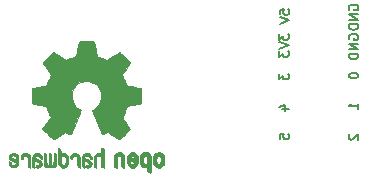
<source format=gbo>
%TF.GenerationSoftware,KiCad,Pcbnew,(6.0.8)*%
%TF.CreationDate,2023-02-21T13:23:49+01:00*%
%TF.ProjectId,attiny85,61747469-6e79-4383-952e-6b696361645f,rev?*%
%TF.SameCoordinates,Original*%
%TF.FileFunction,Legend,Bot*%
%TF.FilePolarity,Positive*%
%FSLAX46Y46*%
G04 Gerber Fmt 4.6, Leading zero omitted, Abs format (unit mm)*
G04 Created by KiCad (PCBNEW (6.0.8)) date 2023-02-21 13:23:49*
%MOMM*%
%LPD*%
G01*
G04 APERTURE LIST*
%ADD10C,0.150000*%
%ADD11C,0.010000*%
G04 APERTURE END LIST*
D10*
X202411904Y-83983333D02*
X202411904Y-84478571D01*
X202716666Y-84211904D01*
X202716666Y-84326190D01*
X202754761Y-84402380D01*
X202792857Y-84440476D01*
X202869047Y-84478571D01*
X203059523Y-84478571D01*
X203135714Y-84440476D01*
X203173809Y-84402380D01*
X203211904Y-84326190D01*
X203211904Y-84097619D01*
X203173809Y-84021428D01*
X203135714Y-83983333D01*
X202678571Y-87002380D02*
X203211904Y-87002380D01*
X202373809Y-86811904D02*
X202945238Y-86621428D01*
X202945238Y-87116666D01*
X208350000Y-78590476D02*
X208311904Y-78514285D01*
X208311904Y-78400000D01*
X208350000Y-78285714D01*
X208426190Y-78209523D01*
X208502380Y-78171428D01*
X208654761Y-78133333D01*
X208769047Y-78133333D01*
X208921428Y-78171428D01*
X208997619Y-78209523D01*
X209073809Y-78285714D01*
X209111904Y-78400000D01*
X209111904Y-78476190D01*
X209073809Y-78590476D01*
X209035714Y-78628571D01*
X208769047Y-78628571D01*
X208769047Y-78476190D01*
X209111904Y-78971428D02*
X208311904Y-78971428D01*
X209111904Y-79428571D01*
X208311904Y-79428571D01*
X209111904Y-79809523D02*
X208311904Y-79809523D01*
X208311904Y-80000000D01*
X208350000Y-80114285D01*
X208426190Y-80190476D01*
X208502380Y-80228571D01*
X208654761Y-80266666D01*
X208769047Y-80266666D01*
X208921428Y-80228571D01*
X208997619Y-80190476D01*
X209073809Y-80114285D01*
X209111904Y-80000000D01*
X209111904Y-79809523D01*
X208388095Y-89121428D02*
X208350000Y-89159523D01*
X208311904Y-89235714D01*
X208311904Y-89426190D01*
X208350000Y-89502380D01*
X208388095Y-89540476D01*
X208464285Y-89578571D01*
X208540476Y-89578571D01*
X208654761Y-89540476D01*
X209111904Y-89083333D01*
X209111904Y-89578571D01*
X209111904Y-86978571D02*
X209111904Y-86521428D01*
X209111904Y-86750000D02*
X208311904Y-86750000D01*
X208426190Y-86673809D01*
X208502380Y-86597619D01*
X208540476Y-86521428D01*
X208350000Y-81090476D02*
X208311904Y-81014285D01*
X208311904Y-80900000D01*
X208350000Y-80785714D01*
X208426190Y-80709523D01*
X208502380Y-80671428D01*
X208654761Y-80633333D01*
X208769047Y-80633333D01*
X208921428Y-80671428D01*
X208997619Y-80709523D01*
X209073809Y-80785714D01*
X209111904Y-80900000D01*
X209111904Y-80976190D01*
X209073809Y-81090476D01*
X209035714Y-81128571D01*
X208769047Y-81128571D01*
X208769047Y-80976190D01*
X209111904Y-81471428D02*
X208311904Y-81471428D01*
X209111904Y-81928571D01*
X208311904Y-81928571D01*
X209111904Y-82309523D02*
X208311904Y-82309523D01*
X208311904Y-82500000D01*
X208350000Y-82614285D01*
X208426190Y-82690476D01*
X208502380Y-82728571D01*
X208654761Y-82766666D01*
X208769047Y-82766666D01*
X208921428Y-82728571D01*
X208997619Y-82690476D01*
X209073809Y-82614285D01*
X209111904Y-82500000D01*
X209111904Y-82309523D01*
X202461904Y-89490476D02*
X202461904Y-89109523D01*
X202842857Y-89071428D01*
X202804761Y-89109523D01*
X202766666Y-89185714D01*
X202766666Y-89376190D01*
X202804761Y-89452380D01*
X202842857Y-89490476D01*
X202919047Y-89528571D01*
X203109523Y-89528571D01*
X203185714Y-89490476D01*
X203223809Y-89452380D01*
X203261904Y-89376190D01*
X203261904Y-89185714D01*
X203223809Y-89109523D01*
X203185714Y-89071428D01*
X208311904Y-84111904D02*
X208311904Y-84188095D01*
X208350000Y-84264285D01*
X208388095Y-84302380D01*
X208464285Y-84340476D01*
X208616666Y-84378571D01*
X208807142Y-84378571D01*
X208959523Y-84340476D01*
X209035714Y-84302380D01*
X209073809Y-84264285D01*
X209111904Y-84188095D01*
X209111904Y-84111904D01*
X209073809Y-84035714D01*
X209035714Y-83997619D01*
X208959523Y-83959523D01*
X208807142Y-83921428D01*
X208616666Y-83921428D01*
X208464285Y-83959523D01*
X208388095Y-83997619D01*
X208350000Y-84035714D01*
X208311904Y-84111904D01*
X202411904Y-80609523D02*
X202411904Y-81104761D01*
X202716666Y-80838095D01*
X202716666Y-80952380D01*
X202754761Y-81028571D01*
X202792857Y-81066666D01*
X202869047Y-81104761D01*
X203059523Y-81104761D01*
X203135714Y-81066666D01*
X203173809Y-81028571D01*
X203211904Y-80952380D01*
X203211904Y-80723809D01*
X203173809Y-80647619D01*
X203135714Y-80609523D01*
X202411904Y-81333333D02*
X203211904Y-81600000D01*
X202411904Y-81866666D01*
X202411904Y-82057142D02*
X202411904Y-82552380D01*
X202716666Y-82285714D01*
X202716666Y-82400000D01*
X202754761Y-82476190D01*
X202792857Y-82514285D01*
X202869047Y-82552380D01*
X203059523Y-82552380D01*
X203135714Y-82514285D01*
X203173809Y-82476190D01*
X203211904Y-82400000D01*
X203211904Y-82171428D01*
X203173809Y-82095238D01*
X203135714Y-82057142D01*
X202461904Y-78947619D02*
X202461904Y-78566666D01*
X202842857Y-78528571D01*
X202804761Y-78566666D01*
X202766666Y-78642857D01*
X202766666Y-78833333D01*
X202804761Y-78909523D01*
X202842857Y-78947619D01*
X202919047Y-78985714D01*
X203109523Y-78985714D01*
X203185714Y-78947619D01*
X203223809Y-78909523D01*
X203261904Y-78833333D01*
X203261904Y-78642857D01*
X203223809Y-78566666D01*
X203185714Y-78528571D01*
X202461904Y-79214285D02*
X203261904Y-79480952D01*
X202461904Y-79747619D01*
%TO.C,REF\u002A\u002A*%
G36*
X188978487Y-90657689D02*
G01*
X189114848Y-90721770D01*
X189226598Y-90832584D01*
X189249761Y-90867273D01*
X189268973Y-90906590D01*
X189282598Y-90956145D01*
X189291877Y-91025568D01*
X189298050Y-91124490D01*
X189302357Y-91262539D01*
X189306038Y-91449346D01*
X189315180Y-91967542D01*
X189238383Y-91938344D01*
X189168068Y-91911520D01*
X189115424Y-91885706D01*
X189081060Y-91852431D01*
X189061093Y-91801510D01*
X189051639Y-91722761D01*
X189048814Y-91605999D01*
X189048736Y-91441042D01*
X189048336Y-91309558D01*
X189045951Y-91183394D01*
X189040259Y-91097223D01*
X189029961Y-91040672D01*
X189013755Y-91003370D01*
X188990345Y-90974943D01*
X188932793Y-90934827D01*
X188836112Y-90919706D01*
X188740465Y-90957917D01*
X188734152Y-90962810D01*
X188714477Y-90985413D01*
X188699963Y-91021664D01*
X188689394Y-91080511D01*
X188681555Y-91170901D01*
X188675227Y-91301779D01*
X188669195Y-91482095D01*
X188654598Y-91964907D01*
X188530517Y-91909283D01*
X188406437Y-91853659D01*
X188406437Y-91412851D01*
X188406951Y-91293098D01*
X188411380Y-91126506D01*
X188422594Y-91002468D01*
X188443272Y-90910987D01*
X188476093Y-90842066D01*
X188523736Y-90785707D01*
X188588877Y-90731914D01*
X188682571Y-90677719D01*
X188830175Y-90642339D01*
X188978487Y-90657689D01*
G37*
D11*
X188978487Y-90657689D02*
X189114848Y-90721770D01*
X189226598Y-90832584D01*
X189249761Y-90867273D01*
X189268973Y-90906590D01*
X189282598Y-90956145D01*
X189291877Y-91025568D01*
X189298050Y-91124490D01*
X189302357Y-91262539D01*
X189306038Y-91449346D01*
X189315180Y-91967542D01*
X189238383Y-91938344D01*
X189168068Y-91911520D01*
X189115424Y-91885706D01*
X189081060Y-91852431D01*
X189061093Y-91801510D01*
X189051639Y-91722761D01*
X189048814Y-91605999D01*
X189048736Y-91441042D01*
X189048336Y-91309558D01*
X189045951Y-91183394D01*
X189040259Y-91097223D01*
X189029961Y-91040672D01*
X189013755Y-91003370D01*
X188990345Y-90974943D01*
X188932793Y-90934827D01*
X188836112Y-90919706D01*
X188740465Y-90957917D01*
X188734152Y-90962810D01*
X188714477Y-90985413D01*
X188699963Y-91021664D01*
X188689394Y-91080511D01*
X188681555Y-91170901D01*
X188675227Y-91301779D01*
X188669195Y-91482095D01*
X188654598Y-91964907D01*
X188530517Y-91909283D01*
X188406437Y-91853659D01*
X188406437Y-91412851D01*
X188406951Y-91293098D01*
X188411380Y-91126506D01*
X188422594Y-91002468D01*
X188443272Y-90910987D01*
X188476093Y-90842066D01*
X188523736Y-90785707D01*
X188588877Y-90731914D01*
X188682571Y-90677719D01*
X188830175Y-90642339D01*
X188978487Y-90657689D01*
G36*
X191553668Y-91653736D02*
G01*
X191554471Y-91718785D01*
X191557040Y-91936260D01*
X191557556Y-92102672D01*
X191554437Y-92223846D01*
X191546100Y-92305607D01*
X191530962Y-92353781D01*
X191507441Y-92374194D01*
X191473956Y-92372672D01*
X191428923Y-92355039D01*
X191370761Y-92327121D01*
X191358332Y-92321164D01*
X191306578Y-92292006D01*
X191279550Y-92257314D01*
X191269207Y-92199470D01*
X191267509Y-92100857D01*
X191267433Y-91923793D01*
X191085038Y-91923793D01*
X190972840Y-91918880D01*
X190884620Y-91898953D01*
X190811358Y-91858678D01*
X190805896Y-91854741D01*
X190731558Y-91788243D01*
X190679823Y-91707908D01*
X190647196Y-91602758D01*
X190630182Y-91461815D01*
X190626030Y-91302588D01*
X190917241Y-91302588D01*
X190917291Y-91329276D01*
X190920064Y-91449738D01*
X190928967Y-91528484D01*
X190946617Y-91579618D01*
X190975632Y-91617241D01*
X190977440Y-91619038D01*
X191048753Y-91667720D01*
X191117865Y-91662921D01*
X191195925Y-91603971D01*
X191215019Y-91583823D01*
X191243142Y-91542515D01*
X191259000Y-91488787D01*
X191266009Y-91407326D01*
X191267586Y-91282821D01*
X191266220Y-91207445D01*
X191251402Y-91070362D01*
X191217579Y-90980548D01*
X191161389Y-90931460D01*
X191079472Y-90916552D01*
X191044956Y-90919729D01*
X190985235Y-90951254D01*
X190945752Y-91021505D01*
X190923942Y-91136583D01*
X190917241Y-91302588D01*
X190626030Y-91302588D01*
X190625287Y-91274101D01*
X190626371Y-91137122D01*
X190631307Y-91033364D01*
X190642272Y-90961412D01*
X190661438Y-90907500D01*
X190690977Y-90857864D01*
X190718092Y-90819931D01*
X190816550Y-90717522D01*
X190928100Y-90661903D01*
X191068246Y-90644297D01*
X191228635Y-90661847D01*
X191367288Y-90724797D01*
X191476951Y-90835824D01*
X191485218Y-90847578D01*
X191504499Y-90878813D01*
X191519269Y-90914507D01*
X191530254Y-90962364D01*
X191538174Y-91030087D01*
X191543753Y-91125382D01*
X191547713Y-91255952D01*
X191548188Y-91282821D01*
X191550778Y-91429502D01*
X191553668Y-91653736D01*
G37*
X191553668Y-91653736D02*
X191554471Y-91718785D01*
X191557040Y-91936260D01*
X191557556Y-92102672D01*
X191554437Y-92223846D01*
X191546100Y-92305607D01*
X191530962Y-92353781D01*
X191507441Y-92374194D01*
X191473956Y-92372672D01*
X191428923Y-92355039D01*
X191370761Y-92327121D01*
X191358332Y-92321164D01*
X191306578Y-92292006D01*
X191279550Y-92257314D01*
X191269207Y-92199470D01*
X191267509Y-92100857D01*
X191267433Y-91923793D01*
X191085038Y-91923793D01*
X190972840Y-91918880D01*
X190884620Y-91898953D01*
X190811358Y-91858678D01*
X190805896Y-91854741D01*
X190731558Y-91788243D01*
X190679823Y-91707908D01*
X190647196Y-91602758D01*
X190630182Y-91461815D01*
X190626030Y-91302588D01*
X190917241Y-91302588D01*
X190917291Y-91329276D01*
X190920064Y-91449738D01*
X190928967Y-91528484D01*
X190946617Y-91579618D01*
X190975632Y-91617241D01*
X190977440Y-91619038D01*
X191048753Y-91667720D01*
X191117865Y-91662921D01*
X191195925Y-91603971D01*
X191215019Y-91583823D01*
X191243142Y-91542515D01*
X191259000Y-91488787D01*
X191266009Y-91407326D01*
X191267586Y-91282821D01*
X191266220Y-91207445D01*
X191251402Y-91070362D01*
X191217579Y-90980548D01*
X191161389Y-90931460D01*
X191079472Y-90916552D01*
X191044956Y-90919729D01*
X190985235Y-90951254D01*
X190945752Y-91021505D01*
X190923942Y-91136583D01*
X190917241Y-91302588D01*
X190626030Y-91302588D01*
X190625287Y-91274101D01*
X190626371Y-91137122D01*
X190631307Y-91033364D01*
X190642272Y-90961412D01*
X190661438Y-90907500D01*
X190690977Y-90857864D01*
X190718092Y-90819931D01*
X190816550Y-90717522D01*
X190928100Y-90661903D01*
X191068246Y-90644297D01*
X191228635Y-90661847D01*
X191367288Y-90724797D01*
X191476951Y-90835824D01*
X191485218Y-90847578D01*
X191504499Y-90878813D01*
X191519269Y-90914507D01*
X191530254Y-90962364D01*
X191538174Y-91030087D01*
X191543753Y-91125382D01*
X191547713Y-91255952D01*
X191548188Y-91282821D01*
X191550778Y-91429502D01*
X191553668Y-91653736D01*
G36*
X184550219Y-91439135D02*
G01*
X184533739Y-91594320D01*
X184497883Y-91710612D01*
X184438455Y-91799411D01*
X184351257Y-91872119D01*
X184268195Y-91914150D01*
X184128709Y-91937538D01*
X183989412Y-91911965D01*
X183863510Y-91840694D01*
X183764210Y-91726991D01*
X183752219Y-91706024D01*
X183736384Y-91669291D01*
X183724638Y-91622415D01*
X183716378Y-91557355D01*
X183710998Y-91466070D01*
X183707892Y-91340519D01*
X183707797Y-91329379D01*
X183910345Y-91329379D01*
X183911035Y-91435644D01*
X183915400Y-91531762D01*
X183926192Y-91593811D01*
X183946126Y-91635502D01*
X183977916Y-91670543D01*
X183985364Y-91677279D01*
X184081060Y-91726992D01*
X184182312Y-91721905D01*
X184276614Y-91662362D01*
X184304694Y-91631514D01*
X184328196Y-91590618D01*
X184341322Y-91534080D01*
X184347030Y-91447657D01*
X184348276Y-91317106D01*
X184347661Y-91217487D01*
X184343407Y-91120251D01*
X184332682Y-91057502D01*
X184312707Y-91015382D01*
X184280704Y-90980032D01*
X184261905Y-90964114D01*
X184164492Y-90921235D01*
X184062437Y-90927985D01*
X183973825Y-90984123D01*
X183954749Y-91006382D01*
X183931486Y-91048293D01*
X183918036Y-91106822D01*
X183911841Y-91195880D01*
X183910345Y-91329379D01*
X183707797Y-91329379D01*
X183706457Y-91172661D01*
X183706086Y-90954455D01*
X183705977Y-90277072D01*
X183800862Y-90316819D01*
X183825949Y-90327699D01*
X183865881Y-90352268D01*
X183888739Y-90389475D01*
X183901301Y-90454541D01*
X183910345Y-90562687D01*
X183918605Y-90659788D01*
X183929523Y-90723535D01*
X183945165Y-90747323D01*
X183968736Y-90740943D01*
X184028801Y-90718525D01*
X184136145Y-90712967D01*
X184251624Y-90733728D01*
X184351257Y-90778455D01*
X184406072Y-90819856D01*
X184476452Y-90900632D01*
X184521528Y-91004195D01*
X184545496Y-91141947D01*
X184552239Y-91317106D01*
X184552553Y-91325287D01*
X184550219Y-91439135D01*
G37*
X184550219Y-91439135D02*
X184533739Y-91594320D01*
X184497883Y-91710612D01*
X184438455Y-91799411D01*
X184351257Y-91872119D01*
X184268195Y-91914150D01*
X184128709Y-91937538D01*
X183989412Y-91911965D01*
X183863510Y-91840694D01*
X183764210Y-91726991D01*
X183752219Y-91706024D01*
X183736384Y-91669291D01*
X183724638Y-91622415D01*
X183716378Y-91557355D01*
X183710998Y-91466070D01*
X183707892Y-91340519D01*
X183707797Y-91329379D01*
X183910345Y-91329379D01*
X183911035Y-91435644D01*
X183915400Y-91531762D01*
X183926192Y-91593811D01*
X183946126Y-91635502D01*
X183977916Y-91670543D01*
X183985364Y-91677279D01*
X184081060Y-91726992D01*
X184182312Y-91721905D01*
X184276614Y-91662362D01*
X184304694Y-91631514D01*
X184328196Y-91590618D01*
X184341322Y-91534080D01*
X184347030Y-91447657D01*
X184348276Y-91317106D01*
X184347661Y-91217487D01*
X184343407Y-91120251D01*
X184332682Y-91057502D01*
X184312707Y-91015382D01*
X184280704Y-90980032D01*
X184261905Y-90964114D01*
X184164492Y-90921235D01*
X184062437Y-90927985D01*
X183973825Y-90984123D01*
X183954749Y-91006382D01*
X183931486Y-91048293D01*
X183918036Y-91106822D01*
X183911841Y-91195880D01*
X183910345Y-91329379D01*
X183707797Y-91329379D01*
X183706457Y-91172661D01*
X183706086Y-90954455D01*
X183705977Y-90277072D01*
X183800862Y-90316819D01*
X183825949Y-90327699D01*
X183865881Y-90352268D01*
X183888739Y-90389475D01*
X183901301Y-90454541D01*
X183910345Y-90562687D01*
X183918605Y-90659788D01*
X183929523Y-90723535D01*
X183945165Y-90747323D01*
X183968736Y-90740943D01*
X184028801Y-90718525D01*
X184136145Y-90712967D01*
X184251624Y-90733728D01*
X184351257Y-90778455D01*
X184406072Y-90819856D01*
X184476452Y-90900632D01*
X184521528Y-91004195D01*
X184545496Y-91141947D01*
X184552239Y-91317106D01*
X184552553Y-91325287D01*
X184550219Y-91439135D01*
G36*
X183392410Y-90720970D02*
G01*
X183456442Y-90746066D01*
X183530805Y-90779947D01*
X183530805Y-91758727D01*
X183438415Y-91851117D01*
X183417310Y-91871835D01*
X183358847Y-91917885D01*
X183299886Y-91932801D01*
X183212150Y-91925934D01*
X183176429Y-91921494D01*
X183084301Y-91912102D01*
X183019885Y-91908361D01*
X183000778Y-91908933D01*
X182922390Y-91915126D01*
X182827620Y-91925934D01*
X182797298Y-91929647D01*
X182720911Y-91931107D01*
X182665022Y-91908047D01*
X182601355Y-91851117D01*
X182508965Y-91758727D01*
X182508965Y-91235455D01*
X182509685Y-91080821D01*
X182511929Y-90933391D01*
X182515421Y-90816653D01*
X182519876Y-90739840D01*
X182525013Y-90712184D01*
X182526090Y-90712258D01*
X182563407Y-90726019D01*
X182626457Y-90756344D01*
X182711854Y-90800505D01*
X182719893Y-91259965D01*
X182727931Y-91719425D01*
X182903103Y-91719425D01*
X182911092Y-91215805D01*
X182913624Y-91078904D01*
X182917249Y-90932579D01*
X182921177Y-90816411D01*
X182925080Y-90739809D01*
X182928632Y-90712184D01*
X182929653Y-90712281D01*
X182965051Y-90722443D01*
X183030126Y-90744235D01*
X183122069Y-90776287D01*
X183122516Y-91218661D01*
X183122964Y-91295507D01*
X183126069Y-91444834D01*
X183131622Y-91569544D01*
X183139033Y-91658379D01*
X183147714Y-91700083D01*
X183178771Y-91722389D01*
X183242152Y-91729278D01*
X183311839Y-91719425D01*
X183319827Y-91215805D01*
X183322686Y-91087828D01*
X183328614Y-90936348D01*
X183336365Y-90817530D01*
X183345343Y-90739950D01*
X183354948Y-90712184D01*
X183392410Y-90720970D01*
G37*
X183392410Y-90720970D02*
X183456442Y-90746066D01*
X183530805Y-90779947D01*
X183530805Y-91758727D01*
X183438415Y-91851117D01*
X183417310Y-91871835D01*
X183358847Y-91917885D01*
X183299886Y-91932801D01*
X183212150Y-91925934D01*
X183176429Y-91921494D01*
X183084301Y-91912102D01*
X183019885Y-91908361D01*
X183000778Y-91908933D01*
X182922390Y-91915126D01*
X182827620Y-91925934D01*
X182797298Y-91929647D01*
X182720911Y-91931107D01*
X182665022Y-91908047D01*
X182601355Y-91851117D01*
X182508965Y-91758727D01*
X182508965Y-91235455D01*
X182509685Y-91080821D01*
X182511929Y-90933391D01*
X182515421Y-90816653D01*
X182519876Y-90739840D01*
X182525013Y-90712184D01*
X182526090Y-90712258D01*
X182563407Y-90726019D01*
X182626457Y-90756344D01*
X182711854Y-90800505D01*
X182719893Y-91259965D01*
X182727931Y-91719425D01*
X182903103Y-91719425D01*
X182911092Y-91215805D01*
X182913624Y-91078904D01*
X182917249Y-90932579D01*
X182921177Y-90816411D01*
X182925080Y-90739809D01*
X182928632Y-90712184D01*
X182929653Y-90712281D01*
X182965051Y-90722443D01*
X183030126Y-90744235D01*
X183122069Y-90776287D01*
X183122516Y-91218661D01*
X183122964Y-91295507D01*
X183126069Y-91444834D01*
X183131622Y-91569544D01*
X183139033Y-91658379D01*
X183147714Y-91700083D01*
X183178771Y-91722389D01*
X183242152Y-91729278D01*
X183311839Y-91719425D01*
X183319827Y-91215805D01*
X183322686Y-91087828D01*
X183328614Y-90936348D01*
X183336365Y-90817530D01*
X183345343Y-90739950D01*
X183354948Y-90712184D01*
X183392410Y-90720970D01*
G36*
X181036725Y-90724619D02*
G01*
X181157261Y-90769393D01*
X181207388Y-90803034D01*
X181258152Y-90851236D01*
X181294362Y-90912551D01*
X181318393Y-90996024D01*
X181332618Y-91110697D01*
X181339412Y-91265613D01*
X181341149Y-91469814D01*
X181340809Y-91575341D01*
X181339101Y-91719541D01*
X181336201Y-91834620D01*
X181332384Y-91910822D01*
X181327925Y-91938391D01*
X181298909Y-91929272D01*
X181240339Y-91904509D01*
X181238581Y-91903707D01*
X181208167Y-91887785D01*
X181187712Y-91865938D01*
X181175240Y-91827672D01*
X181168777Y-91762495D01*
X181166348Y-91659913D01*
X181165977Y-91509433D01*
X181165229Y-91413974D01*
X181157256Y-91234571D01*
X181138998Y-91103163D01*
X181108526Y-91012859D01*
X181063912Y-90956767D01*
X181003226Y-90927994D01*
X180994807Y-90925989D01*
X180881139Y-90924423D01*
X180792492Y-90975348D01*
X180731265Y-91077445D01*
X180720346Y-91106961D01*
X180695458Y-91172283D01*
X180682854Y-91202300D01*
X180656969Y-91198164D01*
X180600439Y-91175717D01*
X180547715Y-91138647D01*
X180523678Y-91068587D01*
X180530847Y-91018406D01*
X180574897Y-90916618D01*
X180646123Y-90821235D01*
X180729415Y-90755269D01*
X180764310Y-90740018D01*
X180896443Y-90714521D01*
X181036725Y-90724619D01*
G37*
X181036725Y-90724619D02*
X181157261Y-90769393D01*
X181207388Y-90803034D01*
X181258152Y-90851236D01*
X181294362Y-90912551D01*
X181318393Y-90996024D01*
X181332618Y-91110697D01*
X181339412Y-91265613D01*
X181341149Y-91469814D01*
X181340809Y-91575341D01*
X181339101Y-91719541D01*
X181336201Y-91834620D01*
X181332384Y-91910822D01*
X181327925Y-91938391D01*
X181298909Y-91929272D01*
X181240339Y-91904509D01*
X181238581Y-91903707D01*
X181208167Y-91887785D01*
X181187712Y-91865938D01*
X181175240Y-91827672D01*
X181168777Y-91762495D01*
X181166348Y-91659913D01*
X181165977Y-91509433D01*
X181165229Y-91413974D01*
X181157256Y-91234571D01*
X181138998Y-91103163D01*
X181108526Y-91012859D01*
X181063912Y-90956767D01*
X181003226Y-90927994D01*
X180994807Y-90925989D01*
X180881139Y-90924423D01*
X180792492Y-90975348D01*
X180731265Y-91077445D01*
X180720346Y-91106961D01*
X180695458Y-91172283D01*
X180682854Y-91202300D01*
X180656969Y-91198164D01*
X180600439Y-91175717D01*
X180547715Y-91138647D01*
X180523678Y-91068587D01*
X180530847Y-91018406D01*
X180574897Y-90916618D01*
X180646123Y-90821235D01*
X180729415Y-90755269D01*
X180764310Y-90740018D01*
X180896443Y-90714521D01*
X181036725Y-90724619D01*
G36*
X186329175Y-81253045D02*
G01*
X186481895Y-81254039D01*
X186591792Y-81256593D01*
X186666235Y-81261445D01*
X186712594Y-81269331D01*
X186738239Y-81280988D01*
X186750539Y-81297153D01*
X186756865Y-81318563D01*
X186757047Y-81319332D01*
X186767441Y-81369663D01*
X186786339Y-81466888D01*
X186811802Y-81600810D01*
X186841890Y-81761235D01*
X186874664Y-81937967D01*
X186877337Y-81952428D01*
X186910010Y-82123959D01*
X186940413Y-82274625D01*
X186966568Y-82395267D01*
X186986496Y-82476729D01*
X186998220Y-82509852D01*
X186998282Y-82509905D01*
X187035229Y-82528229D01*
X187111057Y-82558677D01*
X187209425Y-82594685D01*
X187214965Y-82596640D01*
X187340724Y-82644170D01*
X187487011Y-82703783D01*
X187623293Y-82763056D01*
X187847390Y-82864765D01*
X188343618Y-82525897D01*
X188378570Y-82502063D01*
X188528280Y-82400755D01*
X188661867Y-82311575D01*
X188771343Y-82239773D01*
X188848718Y-82190603D01*
X188886004Y-82169317D01*
X188911552Y-82174196D01*
X188969555Y-82212002D01*
X189059195Y-82286870D01*
X189182957Y-82400903D01*
X189343328Y-82556205D01*
X189357679Y-82570341D01*
X189484933Y-82696999D01*
X189597969Y-82811745D01*
X189689867Y-82907391D01*
X189753707Y-82976746D01*
X189782570Y-83012620D01*
X189782664Y-83012794D01*
X189786331Y-83040106D01*
X189772808Y-83084408D01*
X189738684Y-83151761D01*
X189680548Y-83248226D01*
X189594988Y-83379863D01*
X189478594Y-83552734D01*
X189458759Y-83581912D01*
X189358445Y-83729726D01*
X189269923Y-83860577D01*
X189198465Y-83966643D01*
X189149343Y-84040102D01*
X189127831Y-84073130D01*
X189126208Y-84080126D01*
X189136387Y-84132326D01*
X189166879Y-84217561D01*
X189212712Y-84321291D01*
X189275000Y-84456951D01*
X189344548Y-84617921D01*
X189403609Y-84763621D01*
X189418252Y-84801333D01*
X189456600Y-84897622D01*
X189484770Y-84964704D01*
X189497497Y-84989885D01*
X189511545Y-84991767D01*
X189574681Y-85002651D01*
X189678019Y-85021449D01*
X189810809Y-85046115D01*
X189962297Y-85074604D01*
X190121732Y-85104873D01*
X190278361Y-85134875D01*
X190421433Y-85162566D01*
X190540195Y-85185900D01*
X190623896Y-85202833D01*
X190661782Y-85211320D01*
X190668063Y-85213713D01*
X190683373Y-85226619D01*
X190694763Y-85254096D01*
X190702803Y-85303446D01*
X190708064Y-85381973D01*
X190711116Y-85496980D01*
X190712529Y-85655770D01*
X190712873Y-85865645D01*
X190712873Y-86503906D01*
X190559598Y-86534160D01*
X190541057Y-86537785D01*
X190442596Y-86556569D01*
X190306448Y-86582093D01*
X190148087Y-86611468D01*
X189982988Y-86641806D01*
X189917973Y-86654009D01*
X189772697Y-86683697D01*
X189651626Y-86711770D01*
X189565886Y-86735536D01*
X189526601Y-86752301D01*
X189508799Y-86779694D01*
X189476389Y-86852174D01*
X189443234Y-86945977D01*
X189431564Y-86981103D01*
X189388604Y-87096409D01*
X189333192Y-87232876D01*
X189274353Y-87367954D01*
X189242884Y-87438509D01*
X189198051Y-87543895D01*
X189167240Y-87622818D01*
X189155785Y-87662053D01*
X189156422Y-87665014D01*
X189178150Y-87706639D01*
X189227146Y-87786969D01*
X189298438Y-87898220D01*
X189387054Y-88032605D01*
X189488023Y-88182340D01*
X189820261Y-88669931D01*
X189383771Y-89107149D01*
X189341555Y-89149221D01*
X189212470Y-89275153D01*
X189097107Y-89383754D01*
X189002224Y-89468903D01*
X188934582Y-89524482D01*
X188900938Y-89544368D01*
X188864402Y-89529238D01*
X188787890Y-89485801D01*
X188680196Y-89419270D01*
X188549767Y-89334867D01*
X188405052Y-89237816D01*
X188262910Y-89141964D01*
X188134678Y-89057557D01*
X188030054Y-88990850D01*
X187957171Y-88947024D01*
X187924158Y-88931264D01*
X187922223Y-88931408D01*
X187878369Y-88946945D01*
X187800598Y-88983121D01*
X187704392Y-89032785D01*
X187703381Y-89033329D01*
X187575605Y-89097326D01*
X187488051Y-89128591D01*
X187433726Y-89128677D01*
X187405641Y-89099138D01*
X187393752Y-89070061D01*
X187361668Y-88992188D01*
X187312247Y-88872475D01*
X187248118Y-88717286D01*
X187171911Y-88532984D01*
X187086255Y-88325933D01*
X186993781Y-88102496D01*
X186909962Y-87899226D01*
X186824678Y-87690649D01*
X186749222Y-87504263D01*
X186686126Y-87346407D01*
X186637923Y-87223419D01*
X186607144Y-87141639D01*
X186596322Y-87107406D01*
X186616991Y-87076015D01*
X186674409Y-87023602D01*
X186755688Y-86962704D01*
X186950820Y-86803387D01*
X187125445Y-86599807D01*
X187253235Y-86375808D01*
X187333402Y-86138003D01*
X187365160Y-85893007D01*
X187347722Y-85647433D01*
X187280301Y-85407895D01*
X187162111Y-85181007D01*
X186992364Y-84973383D01*
X186903856Y-84892527D01*
X186691804Y-84749559D01*
X186464905Y-84656352D01*
X186229791Y-84610687D01*
X185993094Y-84610344D01*
X185761446Y-84653105D01*
X185541478Y-84736750D01*
X185339822Y-84859061D01*
X185163111Y-85017817D01*
X185017977Y-85210801D01*
X184911050Y-85435793D01*
X184848964Y-85690575D01*
X184837569Y-85813377D01*
X184853246Y-86079434D01*
X184923846Y-86331856D01*
X185047282Y-86566182D01*
X185221466Y-86777952D01*
X185444311Y-86962704D01*
X185522561Y-87021123D01*
X185581244Y-87074110D01*
X185603678Y-87107356D01*
X185594732Y-87136339D01*
X185565703Y-87213996D01*
X185519026Y-87333451D01*
X185457231Y-87488362D01*
X185382850Y-87672392D01*
X185298412Y-87879200D01*
X185206449Y-88102446D01*
X185122771Y-88304742D01*
X185036366Y-88513686D01*
X184959138Y-88700498D01*
X184893716Y-88858814D01*
X184842731Y-88982269D01*
X184808812Y-89064498D01*
X184794590Y-89099138D01*
X184794425Y-89099548D01*
X184765972Y-89128798D01*
X184711382Y-89128463D01*
X184623609Y-89096980D01*
X184495608Y-89032785D01*
X184485532Y-89027380D01*
X184390481Y-88978750D01*
X184315424Y-88944328D01*
X184275842Y-88931264D01*
X184243400Y-88946702D01*
X184170895Y-88990258D01*
X184066565Y-89056751D01*
X183938539Y-89140998D01*
X183794948Y-89237816D01*
X183653468Y-89332734D01*
X183522611Y-89417490D01*
X183414292Y-89484496D01*
X183336960Y-89528529D01*
X183299062Y-89544368D01*
X183292607Y-89542357D01*
X183247609Y-89510658D01*
X183170727Y-89445181D01*
X183068721Y-89352048D01*
X182948351Y-89237381D01*
X182816379Y-89107300D01*
X182380039Y-88670232D01*
X183059733Y-87670440D01*
X182956402Y-87446886D01*
X182956096Y-87446225D01*
X182894046Y-87303714D01*
X182830640Y-87145018D01*
X182779558Y-87004368D01*
X182771827Y-86981683D01*
X182732852Y-86876370D01*
X182697707Y-86794534D01*
X182673195Y-86752301D01*
X182663212Y-86746337D01*
X182603286Y-86726329D01*
X182501532Y-86700442D01*
X182369068Y-86671370D01*
X182217011Y-86641806D01*
X182171466Y-86633467D01*
X182006685Y-86603107D01*
X181852930Y-86574509D01*
X181725678Y-86550564D01*
X181640402Y-86534160D01*
X181487126Y-86503906D01*
X181487126Y-85865645D01*
X181487160Y-85787165D01*
X181487808Y-85595703D01*
X181489720Y-85452812D01*
X181493469Y-85351189D01*
X181499622Y-85283531D01*
X181508751Y-85242536D01*
X181521427Y-85220900D01*
X181538218Y-85211320D01*
X181554474Y-85207439D01*
X181620748Y-85193710D01*
X181726479Y-85172745D01*
X181860915Y-85146588D01*
X182013302Y-85117283D01*
X182172890Y-85086877D01*
X182328925Y-85057413D01*
X182470657Y-85030937D01*
X182587331Y-85009494D01*
X182668197Y-84995128D01*
X182702503Y-84989885D01*
X182704822Y-84986720D01*
X182723474Y-84945642D01*
X182755753Y-84867044D01*
X182796391Y-84763621D01*
X182852788Y-84624273D01*
X182922214Y-84463226D01*
X182987288Y-84321291D01*
X183002202Y-84289432D01*
X183044047Y-84189669D01*
X183069118Y-84112721D01*
X183072426Y-84073130D01*
X183070720Y-84070325D01*
X183043631Y-84029005D01*
X182989927Y-83948740D01*
X182914877Y-83837350D01*
X182823746Y-83702655D01*
X182721800Y-83552476D01*
X182606930Y-83381851D01*
X182520761Y-83249311D01*
X182462131Y-83152112D01*
X182427650Y-83084234D01*
X182413926Y-83039656D01*
X182417568Y-83012361D01*
X182418794Y-83010313D01*
X182451747Y-82970536D01*
X182518927Y-82898052D01*
X182613419Y-82800046D01*
X182728306Y-82683702D01*
X182856672Y-82556205D01*
X182989831Y-82426821D01*
X183120269Y-82305209D01*
X183216119Y-82223156D01*
X183279866Y-82178560D01*
X183313996Y-82169317D01*
X183318456Y-82171393D01*
X183365421Y-82199385D01*
X183450685Y-82254084D01*
X183566259Y-82330237D01*
X183704154Y-82422592D01*
X183856381Y-82525897D01*
X184352610Y-82864765D01*
X184576707Y-82763056D01*
X184583219Y-82760109D01*
X184720804Y-82700504D01*
X184866767Y-82641222D01*
X184990575Y-82594685D01*
X184991122Y-82594493D01*
X185089414Y-82558497D01*
X185165081Y-82528095D01*
X185201780Y-82509852D01*
X185202374Y-82509190D01*
X185214833Y-82471831D01*
X185235336Y-82386871D01*
X185261907Y-82263469D01*
X185292567Y-82110782D01*
X185325336Y-81937967D01*
X185326478Y-81931774D01*
X185359193Y-81755431D01*
X185389155Y-81595743D01*
X185414425Y-81462905D01*
X185433065Y-81367113D01*
X185443135Y-81318563D01*
X185443779Y-81315873D01*
X185450408Y-81295088D01*
X185463841Y-81279466D01*
X185491446Y-81268270D01*
X185540593Y-81260762D01*
X185618653Y-81256205D01*
X185732994Y-81253863D01*
X185890986Y-81252998D01*
X186100000Y-81252874D01*
X186126262Y-81252874D01*
X186329175Y-81253045D01*
G37*
X186329175Y-81253045D02*
X186481895Y-81254039D01*
X186591792Y-81256593D01*
X186666235Y-81261445D01*
X186712594Y-81269331D01*
X186738239Y-81280988D01*
X186750539Y-81297153D01*
X186756865Y-81318563D01*
X186757047Y-81319332D01*
X186767441Y-81369663D01*
X186786339Y-81466888D01*
X186811802Y-81600810D01*
X186841890Y-81761235D01*
X186874664Y-81937967D01*
X186877337Y-81952428D01*
X186910010Y-82123959D01*
X186940413Y-82274625D01*
X186966568Y-82395267D01*
X186986496Y-82476729D01*
X186998220Y-82509852D01*
X186998282Y-82509905D01*
X187035229Y-82528229D01*
X187111057Y-82558677D01*
X187209425Y-82594685D01*
X187214965Y-82596640D01*
X187340724Y-82644170D01*
X187487011Y-82703783D01*
X187623293Y-82763056D01*
X187847390Y-82864765D01*
X188343618Y-82525897D01*
X188378570Y-82502063D01*
X188528280Y-82400755D01*
X188661867Y-82311575D01*
X188771343Y-82239773D01*
X188848718Y-82190603D01*
X188886004Y-82169317D01*
X188911552Y-82174196D01*
X188969555Y-82212002D01*
X189059195Y-82286870D01*
X189182957Y-82400903D01*
X189343328Y-82556205D01*
X189357679Y-82570341D01*
X189484933Y-82696999D01*
X189597969Y-82811745D01*
X189689867Y-82907391D01*
X189753707Y-82976746D01*
X189782570Y-83012620D01*
X189782664Y-83012794D01*
X189786331Y-83040106D01*
X189772808Y-83084408D01*
X189738684Y-83151761D01*
X189680548Y-83248226D01*
X189594988Y-83379863D01*
X189478594Y-83552734D01*
X189458759Y-83581912D01*
X189358445Y-83729726D01*
X189269923Y-83860577D01*
X189198465Y-83966643D01*
X189149343Y-84040102D01*
X189127831Y-84073130D01*
X189126208Y-84080126D01*
X189136387Y-84132326D01*
X189166879Y-84217561D01*
X189212712Y-84321291D01*
X189275000Y-84456951D01*
X189344548Y-84617921D01*
X189403609Y-84763621D01*
X189418252Y-84801333D01*
X189456600Y-84897622D01*
X189484770Y-84964704D01*
X189497497Y-84989885D01*
X189511545Y-84991767D01*
X189574681Y-85002651D01*
X189678019Y-85021449D01*
X189810809Y-85046115D01*
X189962297Y-85074604D01*
X190121732Y-85104873D01*
X190278361Y-85134875D01*
X190421433Y-85162566D01*
X190540195Y-85185900D01*
X190623896Y-85202833D01*
X190661782Y-85211320D01*
X190668063Y-85213713D01*
X190683373Y-85226619D01*
X190694763Y-85254096D01*
X190702803Y-85303446D01*
X190708064Y-85381973D01*
X190711116Y-85496980D01*
X190712529Y-85655770D01*
X190712873Y-85865645D01*
X190712873Y-86503906D01*
X190559598Y-86534160D01*
X190541057Y-86537785D01*
X190442596Y-86556569D01*
X190306448Y-86582093D01*
X190148087Y-86611468D01*
X189982988Y-86641806D01*
X189917973Y-86654009D01*
X189772697Y-86683697D01*
X189651626Y-86711770D01*
X189565886Y-86735536D01*
X189526601Y-86752301D01*
X189508799Y-86779694D01*
X189476389Y-86852174D01*
X189443234Y-86945977D01*
X189431564Y-86981103D01*
X189388604Y-87096409D01*
X189333192Y-87232876D01*
X189274353Y-87367954D01*
X189242884Y-87438509D01*
X189198051Y-87543895D01*
X189167240Y-87622818D01*
X189155785Y-87662053D01*
X189156422Y-87665014D01*
X189178150Y-87706639D01*
X189227146Y-87786969D01*
X189298438Y-87898220D01*
X189387054Y-88032605D01*
X189488023Y-88182340D01*
X189820261Y-88669931D01*
X189383771Y-89107149D01*
X189341555Y-89149221D01*
X189212470Y-89275153D01*
X189097107Y-89383754D01*
X189002224Y-89468903D01*
X188934582Y-89524482D01*
X188900938Y-89544368D01*
X188864402Y-89529238D01*
X188787890Y-89485801D01*
X188680196Y-89419270D01*
X188549767Y-89334867D01*
X188405052Y-89237816D01*
X188262910Y-89141964D01*
X188134678Y-89057557D01*
X188030054Y-88990850D01*
X187957171Y-88947024D01*
X187924158Y-88931264D01*
X187922223Y-88931408D01*
X187878369Y-88946945D01*
X187800598Y-88983121D01*
X187704392Y-89032785D01*
X187703381Y-89033329D01*
X187575605Y-89097326D01*
X187488051Y-89128591D01*
X187433726Y-89128677D01*
X187405641Y-89099138D01*
X187393752Y-89070061D01*
X187361668Y-88992188D01*
X187312247Y-88872475D01*
X187248118Y-88717286D01*
X187171911Y-88532984D01*
X187086255Y-88325933D01*
X186993781Y-88102496D01*
X186909962Y-87899226D01*
X186824678Y-87690649D01*
X186749222Y-87504263D01*
X186686126Y-87346407D01*
X186637923Y-87223419D01*
X186607144Y-87141639D01*
X186596322Y-87107406D01*
X186616991Y-87076015D01*
X186674409Y-87023602D01*
X186755688Y-86962704D01*
X186950820Y-86803387D01*
X187125445Y-86599807D01*
X187253235Y-86375808D01*
X187333402Y-86138003D01*
X187365160Y-85893007D01*
X187347722Y-85647433D01*
X187280301Y-85407895D01*
X187162111Y-85181007D01*
X186992364Y-84973383D01*
X186903856Y-84892527D01*
X186691804Y-84749559D01*
X186464905Y-84656352D01*
X186229791Y-84610687D01*
X185993094Y-84610344D01*
X185761446Y-84653105D01*
X185541478Y-84736750D01*
X185339822Y-84859061D01*
X185163111Y-85017817D01*
X185017977Y-85210801D01*
X184911050Y-85435793D01*
X184848964Y-85690575D01*
X184837569Y-85813377D01*
X184853246Y-86079434D01*
X184923846Y-86331856D01*
X185047282Y-86566182D01*
X185221466Y-86777952D01*
X185444311Y-86962704D01*
X185522561Y-87021123D01*
X185581244Y-87074110D01*
X185603678Y-87107356D01*
X185594732Y-87136339D01*
X185565703Y-87213996D01*
X185519026Y-87333451D01*
X185457231Y-87488362D01*
X185382850Y-87672392D01*
X185298412Y-87879200D01*
X185206449Y-88102446D01*
X185122771Y-88304742D01*
X185036366Y-88513686D01*
X184959138Y-88700498D01*
X184893716Y-88858814D01*
X184842731Y-88982269D01*
X184808812Y-89064498D01*
X184794590Y-89099138D01*
X184794425Y-89099548D01*
X184765972Y-89128798D01*
X184711382Y-89128463D01*
X184623609Y-89096980D01*
X184495608Y-89032785D01*
X184485532Y-89027380D01*
X184390481Y-88978750D01*
X184315424Y-88944328D01*
X184275842Y-88931264D01*
X184243400Y-88946702D01*
X184170895Y-88990258D01*
X184066565Y-89056751D01*
X183938539Y-89140998D01*
X183794948Y-89237816D01*
X183653468Y-89332734D01*
X183522611Y-89417490D01*
X183414292Y-89484496D01*
X183336960Y-89528529D01*
X183299062Y-89544368D01*
X183292607Y-89542357D01*
X183247609Y-89510658D01*
X183170727Y-89445181D01*
X183068721Y-89352048D01*
X182948351Y-89237381D01*
X182816379Y-89107300D01*
X182380039Y-88670232D01*
X183059733Y-87670440D01*
X182956402Y-87446886D01*
X182956096Y-87446225D01*
X182894046Y-87303714D01*
X182830640Y-87145018D01*
X182779558Y-87004368D01*
X182771827Y-86981683D01*
X182732852Y-86876370D01*
X182697707Y-86794534D01*
X182673195Y-86752301D01*
X182663212Y-86746337D01*
X182603286Y-86726329D01*
X182501532Y-86700442D01*
X182369068Y-86671370D01*
X182217011Y-86641806D01*
X182171466Y-86633467D01*
X182006685Y-86603107D01*
X181852930Y-86574509D01*
X181725678Y-86550564D01*
X181640402Y-86534160D01*
X181487126Y-86503906D01*
X181487126Y-85865645D01*
X181487160Y-85787165D01*
X181487808Y-85595703D01*
X181489720Y-85452812D01*
X181493469Y-85351189D01*
X181499622Y-85283531D01*
X181508751Y-85242536D01*
X181521427Y-85220900D01*
X181538218Y-85211320D01*
X181554474Y-85207439D01*
X181620748Y-85193710D01*
X181726479Y-85172745D01*
X181860915Y-85146588D01*
X182013302Y-85117283D01*
X182172890Y-85086877D01*
X182328925Y-85057413D01*
X182470657Y-85030937D01*
X182587331Y-85009494D01*
X182668197Y-84995128D01*
X182702503Y-84989885D01*
X182704822Y-84986720D01*
X182723474Y-84945642D01*
X182755753Y-84867044D01*
X182796391Y-84763621D01*
X182852788Y-84624273D01*
X182922214Y-84463226D01*
X182987288Y-84321291D01*
X183002202Y-84289432D01*
X183044047Y-84189669D01*
X183069118Y-84112721D01*
X183072426Y-84073130D01*
X183070720Y-84070325D01*
X183043631Y-84029005D01*
X182989927Y-83948740D01*
X182914877Y-83837350D01*
X182823746Y-83702655D01*
X182721800Y-83552476D01*
X182606930Y-83381851D01*
X182520761Y-83249311D01*
X182462131Y-83152112D01*
X182427650Y-83084234D01*
X182413926Y-83039656D01*
X182417568Y-83012361D01*
X182418794Y-83010313D01*
X182451747Y-82970536D01*
X182518927Y-82898052D01*
X182613419Y-82800046D01*
X182728306Y-82683702D01*
X182856672Y-82556205D01*
X182989831Y-82426821D01*
X183120269Y-82305209D01*
X183216119Y-82223156D01*
X183279866Y-82178560D01*
X183313996Y-82169317D01*
X183318456Y-82171393D01*
X183365421Y-82199385D01*
X183450685Y-82254084D01*
X183566259Y-82330237D01*
X183704154Y-82422592D01*
X183856381Y-82525897D01*
X184352610Y-82864765D01*
X184576707Y-82763056D01*
X184583219Y-82760109D01*
X184720804Y-82700504D01*
X184866767Y-82641222D01*
X184990575Y-82594685D01*
X184991122Y-82594493D01*
X185089414Y-82558497D01*
X185165081Y-82528095D01*
X185201780Y-82509852D01*
X185202374Y-82509190D01*
X185214833Y-82471831D01*
X185235336Y-82386871D01*
X185261907Y-82263469D01*
X185292567Y-82110782D01*
X185325336Y-81937967D01*
X185326478Y-81931774D01*
X185359193Y-81755431D01*
X185389155Y-81595743D01*
X185414425Y-81462905D01*
X185433065Y-81367113D01*
X185443135Y-81318563D01*
X185443779Y-81315873D01*
X185450408Y-81295088D01*
X185463841Y-81279466D01*
X185491446Y-81268270D01*
X185540593Y-81260762D01*
X185618653Y-81256205D01*
X185732994Y-81253863D01*
X185890986Y-81252998D01*
X186100000Y-81252874D01*
X186126262Y-81252874D01*
X186329175Y-81253045D01*
G36*
X186279995Y-90743674D02*
G01*
X186380355Y-90802191D01*
X186424505Y-90847784D01*
X186509347Y-90984072D01*
X186537931Y-91132658D01*
X186537931Y-91234882D01*
X186443963Y-91195372D01*
X186378977Y-91155504D01*
X186327763Y-91072734D01*
X186322504Y-91055669D01*
X186265903Y-90968724D01*
X186180594Y-90921758D01*
X186082641Y-90919741D01*
X185988106Y-90967644D01*
X185973993Y-90979998D01*
X185926797Y-91033683D01*
X185919003Y-91080488D01*
X185954706Y-91126446D01*
X186038003Y-91177588D01*
X186172988Y-91239948D01*
X186182118Y-91243897D01*
X186331969Y-91313772D01*
X186434316Y-91375672D01*
X186497320Y-91437476D01*
X186529138Y-91507062D01*
X186537931Y-91592308D01*
X186526409Y-91686816D01*
X186468228Y-91807785D01*
X186365875Y-91894688D01*
X186291843Y-91920778D01*
X186187367Y-91935055D01*
X186085917Y-91932006D01*
X186013472Y-91910467D01*
X186005777Y-91905104D01*
X185985341Y-91867632D01*
X185999522Y-91801591D01*
X186024161Y-91749753D01*
X186063670Y-91728172D01*
X186138602Y-91729246D01*
X186242630Y-91723055D01*
X186310605Y-91680311D01*
X186333563Y-91601189D01*
X186333542Y-91598916D01*
X186319629Y-91552986D01*
X186272303Y-91510845D01*
X186180287Y-91462272D01*
X186055151Y-91403790D01*
X185972268Y-91371975D01*
X185924420Y-91374025D01*
X185902063Y-91416051D01*
X185895649Y-91504162D01*
X185895632Y-91644469D01*
X185894917Y-91731081D01*
X185891635Y-91838041D01*
X185886300Y-91911250D01*
X185879585Y-91938391D01*
X185877790Y-91938206D01*
X185838982Y-91923498D01*
X185774709Y-91892456D01*
X185685880Y-91846521D01*
X185696436Y-91432628D01*
X185697171Y-91405179D01*
X185705555Y-91212517D01*
X185720366Y-91067309D01*
X185744629Y-90959887D01*
X185781364Y-90880584D01*
X185833597Y-90819730D01*
X185904348Y-90767658D01*
X185905657Y-90766842D01*
X186020056Y-90724360D01*
X186152365Y-90717184D01*
X186279995Y-90743674D01*
G37*
X186279995Y-90743674D02*
X186380355Y-90802191D01*
X186424505Y-90847784D01*
X186509347Y-90984072D01*
X186537931Y-91132658D01*
X186537931Y-91234882D01*
X186443963Y-91195372D01*
X186378977Y-91155504D01*
X186327763Y-91072734D01*
X186322504Y-91055669D01*
X186265903Y-90968724D01*
X186180594Y-90921758D01*
X186082641Y-90919741D01*
X185988106Y-90967644D01*
X185973993Y-90979998D01*
X185926797Y-91033683D01*
X185919003Y-91080488D01*
X185954706Y-91126446D01*
X186038003Y-91177588D01*
X186172988Y-91239948D01*
X186182118Y-91243897D01*
X186331969Y-91313772D01*
X186434316Y-91375672D01*
X186497320Y-91437476D01*
X186529138Y-91507062D01*
X186537931Y-91592308D01*
X186526409Y-91686816D01*
X186468228Y-91807785D01*
X186365875Y-91894688D01*
X186291843Y-91920778D01*
X186187367Y-91935055D01*
X186085917Y-91932006D01*
X186013472Y-91910467D01*
X186005777Y-91905104D01*
X185985341Y-91867632D01*
X185999522Y-91801591D01*
X186024161Y-91749753D01*
X186063670Y-91728172D01*
X186138602Y-91729246D01*
X186242630Y-91723055D01*
X186310605Y-91680311D01*
X186333563Y-91601189D01*
X186333542Y-91598916D01*
X186319629Y-91552986D01*
X186272303Y-91510845D01*
X186180287Y-91462272D01*
X186055151Y-91403790D01*
X185972268Y-91371975D01*
X185924420Y-91374025D01*
X185902063Y-91416051D01*
X185895649Y-91504162D01*
X185895632Y-91644469D01*
X185894917Y-91731081D01*
X185891635Y-91838041D01*
X185886300Y-91911250D01*
X185879585Y-91938391D01*
X185877790Y-91938206D01*
X185838982Y-91923498D01*
X185774709Y-91892456D01*
X185685880Y-91846521D01*
X185696436Y-91432628D01*
X185697171Y-91405179D01*
X185705555Y-91212517D01*
X185720366Y-91067309D01*
X185744629Y-90959887D01*
X185781364Y-90880584D01*
X185833597Y-90819730D01*
X185904348Y-90767658D01*
X185905657Y-90766842D01*
X186020056Y-90724360D01*
X186152365Y-90717184D01*
X186279995Y-90743674D01*
G36*
X192668938Y-91327744D02*
G01*
X192667355Y-91468918D01*
X192661916Y-91567285D01*
X192650643Y-91635990D01*
X192631561Y-91688181D01*
X192602694Y-91737004D01*
X192595592Y-91747135D01*
X192520444Y-91827012D01*
X192434820Y-91887253D01*
X192390852Y-91906802D01*
X192232861Y-91939408D01*
X192076613Y-91918317D01*
X191932618Y-91846249D01*
X191811385Y-91725922D01*
X191801150Y-91709803D01*
X191767847Y-91616205D01*
X191745405Y-91485879D01*
X191734516Y-91335371D01*
X191735740Y-91196147D01*
X192030384Y-91196147D01*
X192032706Y-91389020D01*
X192033639Y-91401433D01*
X192047242Y-91507857D01*
X192071465Y-91575346D01*
X192112365Y-91621584D01*
X192180941Y-91664895D01*
X192248764Y-91667172D01*
X192318621Y-91617241D01*
X192330771Y-91604102D01*
X192354575Y-91564785D01*
X192368628Y-91507674D01*
X192375313Y-91419256D01*
X192377011Y-91286019D01*
X192374101Y-91161222D01*
X192359582Y-91042326D01*
X192329610Y-90967184D01*
X192280589Y-90927893D01*
X192208924Y-90916552D01*
X192181632Y-90918807D01*
X192105176Y-90960160D01*
X192054650Y-91052900D01*
X192030384Y-91196147D01*
X191735740Y-91196147D01*
X191735871Y-91181227D01*
X191750161Y-91039992D01*
X191778075Y-90928213D01*
X191813949Y-90853766D01*
X191914939Y-90737968D01*
X192051779Y-90666015D01*
X192219283Y-90641281D01*
X192264019Y-90642619D01*
X192395758Y-90670008D01*
X192503968Y-90739007D01*
X192603276Y-90857864D01*
X192609184Y-90866681D01*
X192635921Y-90914108D01*
X192653312Y-90967714D01*
X192663312Y-91040549D01*
X192667878Y-91145659D01*
X192668893Y-91286019D01*
X192668965Y-91296092D01*
X192668938Y-91327744D01*
G37*
X192668938Y-91327744D02*
X192667355Y-91468918D01*
X192661916Y-91567285D01*
X192650643Y-91635990D01*
X192631561Y-91688181D01*
X192602694Y-91737004D01*
X192595592Y-91747135D01*
X192520444Y-91827012D01*
X192434820Y-91887253D01*
X192390852Y-91906802D01*
X192232861Y-91939408D01*
X192076613Y-91918317D01*
X191932618Y-91846249D01*
X191811385Y-91725922D01*
X191801150Y-91709803D01*
X191767847Y-91616205D01*
X191745405Y-91485879D01*
X191734516Y-91335371D01*
X191735740Y-91196147D01*
X192030384Y-91196147D01*
X192032706Y-91389020D01*
X192033639Y-91401433D01*
X192047242Y-91507857D01*
X192071465Y-91575346D01*
X192112365Y-91621584D01*
X192180941Y-91664895D01*
X192248764Y-91667172D01*
X192318621Y-91617241D01*
X192330771Y-91604102D01*
X192354575Y-91564785D01*
X192368628Y-91507674D01*
X192375313Y-91419256D01*
X192377011Y-91286019D01*
X192374101Y-91161222D01*
X192359582Y-91042326D01*
X192329610Y-90967184D01*
X192280589Y-90927893D01*
X192208924Y-90916552D01*
X192181632Y-90918807D01*
X192105176Y-90960160D01*
X192054650Y-91052900D01*
X192030384Y-91196147D01*
X191735740Y-91196147D01*
X191735871Y-91181227D01*
X191750161Y-91039992D01*
X191778075Y-90928213D01*
X191813949Y-90853766D01*
X191914939Y-90737968D01*
X192051779Y-90666015D01*
X192219283Y-90641281D01*
X192264019Y-90642619D01*
X192395758Y-90670008D01*
X192503968Y-90739007D01*
X192603276Y-90857864D01*
X192609184Y-90866681D01*
X192635921Y-90914108D01*
X192653312Y-90967714D01*
X192663312Y-91040549D01*
X192667878Y-91145659D01*
X192668893Y-91286019D01*
X192668965Y-91296092D01*
X192668938Y-91327744D01*
G36*
X185310872Y-90755536D02*
G01*
X185320090Y-90760638D01*
X185395381Y-90819080D01*
X185462698Y-90894215D01*
X185474439Y-90911196D01*
X185496883Y-90950825D01*
X185512918Y-90997858D01*
X185523945Y-91062492D01*
X185531365Y-91154923D01*
X185536579Y-91285349D01*
X185540989Y-91463965D01*
X185541614Y-91494162D01*
X185543620Y-91689941D01*
X185540792Y-91828603D01*
X185533088Y-91911103D01*
X185520466Y-91938391D01*
X185482267Y-91930220D01*
X185417374Y-91905463D01*
X185402094Y-91898223D01*
X185378227Y-91881835D01*
X185361769Y-91854893D01*
X185351005Y-91807833D01*
X185344219Y-91731088D01*
X185339693Y-91615095D01*
X185335713Y-91450287D01*
X185334622Y-91402112D01*
X185330407Y-91249960D01*
X185324936Y-91143476D01*
X185316554Y-91072565D01*
X185303606Y-91027129D01*
X185284439Y-90997072D01*
X185257398Y-90972296D01*
X185177337Y-90928861D01*
X185078846Y-90920498D01*
X184990719Y-90953734D01*
X184927314Y-91022548D01*
X184902988Y-91120920D01*
X184902311Y-91147658D01*
X184889024Y-91196065D01*
X184849796Y-91203450D01*
X184772983Y-91174624D01*
X184755192Y-91165378D01*
X184707109Y-91111006D01*
X184706157Y-91030161D01*
X184751968Y-90918352D01*
X184793990Y-90857419D01*
X184901435Y-90770859D01*
X185034057Y-90721920D01*
X185175867Y-90715260D01*
X185310872Y-90755536D01*
G37*
X185310872Y-90755536D02*
X185320090Y-90760638D01*
X185395381Y-90819080D01*
X185462698Y-90894215D01*
X185474439Y-90911196D01*
X185496883Y-90950825D01*
X185512918Y-90997858D01*
X185523945Y-91062492D01*
X185531365Y-91154923D01*
X185536579Y-91285349D01*
X185540989Y-91463965D01*
X185541614Y-91494162D01*
X185543620Y-91689941D01*
X185540792Y-91828603D01*
X185533088Y-91911103D01*
X185520466Y-91938391D01*
X185482267Y-91930220D01*
X185417374Y-91905463D01*
X185402094Y-91898223D01*
X185378227Y-91881835D01*
X185361769Y-91854893D01*
X185351005Y-91807833D01*
X185344219Y-91731088D01*
X185339693Y-91615095D01*
X185335713Y-91450287D01*
X185334622Y-91402112D01*
X185330407Y-91249960D01*
X185324936Y-91143476D01*
X185316554Y-91072565D01*
X185303606Y-91027129D01*
X185284439Y-90997072D01*
X185257398Y-90972296D01*
X185177337Y-90928861D01*
X185078846Y-90920498D01*
X184990719Y-90953734D01*
X184927314Y-91022548D01*
X184902988Y-91120920D01*
X184902311Y-91147658D01*
X184889024Y-91196065D01*
X184849796Y-91203450D01*
X184772983Y-91174624D01*
X184755192Y-91165378D01*
X184707109Y-91111006D01*
X184706157Y-91030161D01*
X184751968Y-90918352D01*
X184793990Y-90857419D01*
X184901435Y-90770859D01*
X185034057Y-90721920D01*
X185175867Y-90715260D01*
X185310872Y-90755536D01*
G36*
X187464885Y-90318997D02*
G01*
X187559770Y-90359020D01*
X187559770Y-91148706D01*
X187559769Y-91157920D01*
X187559377Y-91365083D01*
X187558329Y-91551432D01*
X187556722Y-91709453D01*
X187554655Y-91831630D01*
X187552225Y-91910448D01*
X187549529Y-91938391D01*
X187548475Y-91938297D01*
X187512647Y-91928144D01*
X187447345Y-91906339D01*
X187355402Y-91874288D01*
X187355402Y-91462991D01*
X187354818Y-91301385D01*
X187352104Y-91184177D01*
X187345858Y-91104415D01*
X187334680Y-91051531D01*
X187317168Y-91014957D01*
X187291922Y-90984123D01*
X187274710Y-90967725D01*
X187181636Y-90922307D01*
X187079051Y-90926328D01*
X186985043Y-90980032D01*
X186971358Y-90993359D01*
X186949439Y-91021032D01*
X186934440Y-91057614D01*
X186925053Y-91113000D01*
X186919968Y-91197088D01*
X186917877Y-91319773D01*
X186917471Y-91490951D01*
X186917276Y-91577769D01*
X186916010Y-91720565D01*
X186913761Y-91834923D01*
X186910758Y-91910860D01*
X186907230Y-91938391D01*
X186906176Y-91938297D01*
X186870348Y-91928144D01*
X186805046Y-91906339D01*
X186713103Y-91874288D01*
X186713149Y-91461109D01*
X186713218Y-91424326D01*
X186717081Y-91232580D01*
X186728950Y-91087586D01*
X186751725Y-90979510D01*
X186788307Y-90898519D01*
X186841595Y-90834778D01*
X186914490Y-90778455D01*
X186985586Y-90743199D01*
X187099255Y-90715946D01*
X187211060Y-90714398D01*
X187297011Y-90740910D01*
X187303473Y-90744571D01*
X187323401Y-90744179D01*
X187337019Y-90713506D01*
X187346846Y-90643188D01*
X187355402Y-90523857D01*
X187370000Y-90278973D01*
X187464885Y-90318997D01*
G37*
X187464885Y-90318997D02*
X187559770Y-90359020D01*
X187559770Y-91148706D01*
X187559769Y-91157920D01*
X187559377Y-91365083D01*
X187558329Y-91551432D01*
X187556722Y-91709453D01*
X187554655Y-91831630D01*
X187552225Y-91910448D01*
X187549529Y-91938391D01*
X187548475Y-91938297D01*
X187512647Y-91928144D01*
X187447345Y-91906339D01*
X187355402Y-91874288D01*
X187355402Y-91462991D01*
X187354818Y-91301385D01*
X187352104Y-91184177D01*
X187345858Y-91104415D01*
X187334680Y-91051531D01*
X187317168Y-91014957D01*
X187291922Y-90984123D01*
X187274710Y-90967725D01*
X187181636Y-90922307D01*
X187079051Y-90926328D01*
X186985043Y-90980032D01*
X186971358Y-90993359D01*
X186949439Y-91021032D01*
X186934440Y-91057614D01*
X186925053Y-91113000D01*
X186919968Y-91197088D01*
X186917877Y-91319773D01*
X186917471Y-91490951D01*
X186917276Y-91577769D01*
X186916010Y-91720565D01*
X186913761Y-91834923D01*
X186910758Y-91910860D01*
X186907230Y-91938391D01*
X186906176Y-91938297D01*
X186870348Y-91928144D01*
X186805046Y-91906339D01*
X186713103Y-91874288D01*
X186713149Y-91461109D01*
X186713218Y-91424326D01*
X186717081Y-91232580D01*
X186728950Y-91087586D01*
X186751725Y-90979510D01*
X186788307Y-90898519D01*
X186841595Y-90834778D01*
X186914490Y-90778455D01*
X186985586Y-90743199D01*
X187099255Y-90715946D01*
X187211060Y-90714398D01*
X187297011Y-90740910D01*
X187303473Y-90744571D01*
X187323401Y-90744179D01*
X187337019Y-90713506D01*
X187346846Y-90643188D01*
X187355402Y-90523857D01*
X187370000Y-90278973D01*
X187464885Y-90318997D01*
G36*
X190440168Y-91434639D02*
G01*
X190434926Y-91481526D01*
X190395868Y-91648409D01*
X190325290Y-91775326D01*
X190217955Y-91872602D01*
X190211888Y-91876616D01*
X190075440Y-91933706D01*
X189932973Y-91938786D01*
X189795696Y-91895311D01*
X189674819Y-91806734D01*
X189581552Y-91676509D01*
X189579986Y-91673369D01*
X189548993Y-91592501D01*
X189526292Y-91500593D01*
X189514250Y-91414311D01*
X189515237Y-91350321D01*
X189531623Y-91325287D01*
X189546179Y-91326809D01*
X189615792Y-91354496D01*
X189694697Y-91405409D01*
X189761820Y-91464343D01*
X189796087Y-91516094D01*
X189831707Y-91586291D01*
X189904711Y-91650138D01*
X189989485Y-91675632D01*
X190020558Y-91668261D01*
X190081891Y-91631154D01*
X190135315Y-91579644D01*
X190158161Y-91532913D01*
X190158154Y-91532740D01*
X190132233Y-91511280D01*
X190063127Y-91472565D01*
X189961249Y-91422037D01*
X189837011Y-91365134D01*
X189836328Y-91364833D01*
X189701355Y-91304738D01*
X189610884Y-91261440D01*
X189556039Y-91228179D01*
X189527944Y-91198194D01*
X189517724Y-91164726D01*
X189516503Y-91121015D01*
X189524996Y-91038244D01*
X189813219Y-91038244D01*
X189842970Y-91064265D01*
X189917101Y-91103256D01*
X189919274Y-91104359D01*
X190006733Y-91146009D01*
X190084974Y-91179235D01*
X190134611Y-91193291D01*
X190154521Y-91174503D01*
X190158161Y-91110124D01*
X190143035Y-91030001D01*
X190090597Y-90957189D01*
X190014677Y-90919439D01*
X189930040Y-90923251D01*
X189851447Y-90975121D01*
X189820555Y-91010965D01*
X189813219Y-91038244D01*
X189524996Y-91038244D01*
X189527251Y-91016265D01*
X189580389Y-90873949D01*
X189669342Y-90762111D01*
X189784448Y-90684676D01*
X189916045Y-90645568D01*
X190054472Y-90648711D01*
X190190065Y-90698030D01*
X190313164Y-90797447D01*
X190381366Y-90895829D01*
X190430356Y-91036261D01*
X190438322Y-91110124D01*
X190449452Y-91213329D01*
X190440168Y-91434639D01*
G37*
X190440168Y-91434639D02*
X190434926Y-91481526D01*
X190395868Y-91648409D01*
X190325290Y-91775326D01*
X190217955Y-91872602D01*
X190211888Y-91876616D01*
X190075440Y-91933706D01*
X189932973Y-91938786D01*
X189795696Y-91895311D01*
X189674819Y-91806734D01*
X189581552Y-91676509D01*
X189579986Y-91673369D01*
X189548993Y-91592501D01*
X189526292Y-91500593D01*
X189514250Y-91414311D01*
X189515237Y-91350321D01*
X189531623Y-91325287D01*
X189546179Y-91326809D01*
X189615792Y-91354496D01*
X189694697Y-91405409D01*
X189761820Y-91464343D01*
X189796087Y-91516094D01*
X189831707Y-91586291D01*
X189904711Y-91650138D01*
X189989485Y-91675632D01*
X190020558Y-91668261D01*
X190081891Y-91631154D01*
X190135315Y-91579644D01*
X190158161Y-91532913D01*
X190158154Y-91532740D01*
X190132233Y-91511280D01*
X190063127Y-91472565D01*
X189961249Y-91422037D01*
X189837011Y-91365134D01*
X189836328Y-91364833D01*
X189701355Y-91304738D01*
X189610884Y-91261440D01*
X189556039Y-91228179D01*
X189527944Y-91198194D01*
X189517724Y-91164726D01*
X189516503Y-91121015D01*
X189524996Y-91038244D01*
X189813219Y-91038244D01*
X189842970Y-91064265D01*
X189917101Y-91103256D01*
X189919274Y-91104359D01*
X190006733Y-91146009D01*
X190084974Y-91179235D01*
X190134611Y-91193291D01*
X190154521Y-91174503D01*
X190158161Y-91110124D01*
X190143035Y-91030001D01*
X190090597Y-90957189D01*
X190014677Y-90919439D01*
X189930040Y-90923251D01*
X189851447Y-90975121D01*
X189820555Y-91010965D01*
X189813219Y-91038244D01*
X189524996Y-91038244D01*
X189527251Y-91016265D01*
X189580389Y-90873949D01*
X189669342Y-90762111D01*
X189784448Y-90684676D01*
X189916045Y-90645568D01*
X190054472Y-90648711D01*
X190190065Y-90698030D01*
X190313164Y-90797447D01*
X190381366Y-90895829D01*
X190430356Y-91036261D01*
X190438322Y-91110124D01*
X190449452Y-91213329D01*
X190440168Y-91434639D01*
G36*
X182011628Y-90714810D02*
G01*
X182074194Y-90730702D01*
X182132446Y-90770322D01*
X182207418Y-90844076D01*
X182255633Y-90896163D01*
X182305858Y-90963786D01*
X182328510Y-91027168D01*
X182333793Y-91107584D01*
X182333793Y-91239201D01*
X182244035Y-91192785D01*
X182172904Y-91136225D01*
X182124183Y-91060040D01*
X182115814Y-91039326D01*
X182052056Y-90959041D01*
X181963470Y-90918784D01*
X181866873Y-90922702D01*
X181779080Y-90974943D01*
X181741936Y-91017370D01*
X181720300Y-91071647D01*
X181743461Y-91119954D01*
X181815479Y-91168545D01*
X181940410Y-91223677D01*
X181959368Y-91231292D01*
X182073105Y-91281125D01*
X182170706Y-91330265D01*
X182232803Y-91369080D01*
X182294999Y-91438411D01*
X182336346Y-91549051D01*
X182331957Y-91667782D01*
X182283037Y-91780148D01*
X182190797Y-91871690D01*
X182116110Y-91910658D01*
X181971832Y-91937944D01*
X181891656Y-91934263D01*
X181817435Y-91914360D01*
X181788960Y-91872598D01*
X181799608Y-91803820D01*
X181802705Y-91794726D01*
X181827268Y-91746498D01*
X181868165Y-91728245D01*
X181946079Y-91729466D01*
X182001091Y-91731126D01*
X182065459Y-91716881D01*
X182109561Y-91674292D01*
X182134680Y-91621857D01*
X182137481Y-91566929D01*
X182137352Y-91566608D01*
X182104785Y-91536928D01*
X182035083Y-91493735D01*
X181944898Y-91445461D01*
X181850883Y-91400539D01*
X181769689Y-91367402D01*
X181717968Y-91354483D01*
X181710274Y-91367134D01*
X181700588Y-91426668D01*
X181693954Y-91523887D01*
X181691494Y-91646437D01*
X181690922Y-91731263D01*
X181688225Y-91838094D01*
X181683821Y-91911257D01*
X181678270Y-91938391D01*
X181649254Y-91929272D01*
X181590684Y-91904509D01*
X181516322Y-91870627D01*
X181516322Y-91435933D01*
X181516797Y-91324508D01*
X181521293Y-91155301D01*
X181532747Y-91029769D01*
X181553828Y-90938363D01*
X181587206Y-90871532D01*
X181635550Y-90819726D01*
X181701531Y-90773393D01*
X181785594Y-90735156D01*
X181940807Y-90712184D01*
X182011628Y-90714810D01*
G37*
X182011628Y-90714810D02*
X182074194Y-90730702D01*
X182132446Y-90770322D01*
X182207418Y-90844076D01*
X182255633Y-90896163D01*
X182305858Y-90963786D01*
X182328510Y-91027168D01*
X182333793Y-91107584D01*
X182333793Y-91239201D01*
X182244035Y-91192785D01*
X182172904Y-91136225D01*
X182124183Y-91060040D01*
X182115814Y-91039326D01*
X182052056Y-90959041D01*
X181963470Y-90918784D01*
X181866873Y-90922702D01*
X181779080Y-90974943D01*
X181741936Y-91017370D01*
X181720300Y-91071647D01*
X181743461Y-91119954D01*
X181815479Y-91168545D01*
X181940410Y-91223677D01*
X181959368Y-91231292D01*
X182073105Y-91281125D01*
X182170706Y-91330265D01*
X182232803Y-91369080D01*
X182294999Y-91438411D01*
X182336346Y-91549051D01*
X182331957Y-91667782D01*
X182283037Y-91780148D01*
X182190797Y-91871690D01*
X182116110Y-91910658D01*
X181971832Y-91937944D01*
X181891656Y-91934263D01*
X181817435Y-91914360D01*
X181788960Y-91872598D01*
X181799608Y-91803820D01*
X181802705Y-91794726D01*
X181827268Y-91746498D01*
X181868165Y-91728245D01*
X181946079Y-91729466D01*
X182001091Y-91731126D01*
X182065459Y-91716881D01*
X182109561Y-91674292D01*
X182134680Y-91621857D01*
X182137481Y-91566929D01*
X182137352Y-91566608D01*
X182104785Y-91536928D01*
X182035083Y-91493735D01*
X181944898Y-91445461D01*
X181850883Y-91400539D01*
X181769689Y-91367402D01*
X181717968Y-91354483D01*
X181710274Y-91367134D01*
X181700588Y-91426668D01*
X181693954Y-91523887D01*
X181691494Y-91646437D01*
X181690922Y-91731263D01*
X181688225Y-91838094D01*
X181683821Y-91911257D01*
X181678270Y-91938391D01*
X181649254Y-91929272D01*
X181590684Y-91904509D01*
X181516322Y-91870627D01*
X181516322Y-91435933D01*
X181516797Y-91324508D01*
X181521293Y-91155301D01*
X181532747Y-91029769D01*
X181553828Y-90938363D01*
X181587206Y-90871532D01*
X181635550Y-90819726D01*
X181701531Y-90773393D01*
X181785594Y-90735156D01*
X181940807Y-90712184D01*
X182011628Y-90714810D01*
G36*
X180347744Y-91408946D02*
G01*
X180340612Y-91562254D01*
X180321948Y-91674441D01*
X180287537Y-91757554D01*
X180233162Y-91823641D01*
X180154610Y-91884747D01*
X180104630Y-91912535D01*
X180024513Y-91931251D01*
X179911970Y-91929774D01*
X179849050Y-91923845D01*
X179773153Y-91905742D01*
X179712487Y-91866391D01*
X179641912Y-91793066D01*
X179632482Y-91782356D01*
X179569034Y-91699938D01*
X179538762Y-91628156D01*
X179531034Y-91543034D01*
X179531034Y-91417946D01*
X179618447Y-91450940D01*
X179682175Y-91489509D01*
X179737567Y-91580008D01*
X179749131Y-91608983D01*
X179813788Y-91691041D01*
X179901804Y-91732347D01*
X179997637Y-91728633D01*
X180085747Y-91675632D01*
X180116028Y-91642582D01*
X180143489Y-91592720D01*
X180134899Y-91547416D01*
X180085463Y-91500790D01*
X179990389Y-91446958D01*
X179844885Y-91380039D01*
X179545632Y-91249056D01*
X179537691Y-91119298D01*
X179540676Y-91036649D01*
X179735652Y-91036649D01*
X179750453Y-91087815D01*
X179817797Y-91142442D01*
X179940027Y-91204597D01*
X179960253Y-91213601D01*
X180056970Y-91255493D01*
X180129334Y-91284958D01*
X180162961Y-91296092D01*
X180168056Y-91287896D01*
X180170101Y-91237853D01*
X180162812Y-91157414D01*
X180144452Y-91078753D01*
X180087188Y-90979651D01*
X180004524Y-90923808D01*
X179905784Y-90916250D01*
X179800289Y-90962000D01*
X179771053Y-90984876D01*
X179735652Y-91036649D01*
X179540676Y-91036649D01*
X179541196Y-91022255D01*
X179585336Y-90899617D01*
X179641050Y-90832034D01*
X179756561Y-90756540D01*
X179893588Y-90718403D01*
X180035237Y-90721422D01*
X180164617Y-90769393D01*
X180193099Y-90787813D01*
X180258428Y-90844811D01*
X180303106Y-90916916D01*
X180330641Y-91014853D01*
X180344541Y-91149351D01*
X180346378Y-91237853D01*
X180348313Y-91331136D01*
X180347744Y-91408946D01*
G37*
X180347744Y-91408946D02*
X180340612Y-91562254D01*
X180321948Y-91674441D01*
X180287537Y-91757554D01*
X180233162Y-91823641D01*
X180154610Y-91884747D01*
X180104630Y-91912535D01*
X180024513Y-91931251D01*
X179911970Y-91929774D01*
X179849050Y-91923845D01*
X179773153Y-91905742D01*
X179712487Y-91866391D01*
X179641912Y-91793066D01*
X179632482Y-91782356D01*
X179569034Y-91699938D01*
X179538762Y-91628156D01*
X179531034Y-91543034D01*
X179531034Y-91417946D01*
X179618447Y-91450940D01*
X179682175Y-91489509D01*
X179737567Y-91580008D01*
X179749131Y-91608983D01*
X179813788Y-91691041D01*
X179901804Y-91732347D01*
X179997637Y-91728633D01*
X180085747Y-91675632D01*
X180116028Y-91642582D01*
X180143489Y-91592720D01*
X180134899Y-91547416D01*
X180085463Y-91500790D01*
X179990389Y-91446958D01*
X179844885Y-91380039D01*
X179545632Y-91249056D01*
X179537691Y-91119298D01*
X179540676Y-91036649D01*
X179735652Y-91036649D01*
X179750453Y-91087815D01*
X179817797Y-91142442D01*
X179940027Y-91204597D01*
X179960253Y-91213601D01*
X180056970Y-91255493D01*
X180129334Y-91284958D01*
X180162961Y-91296092D01*
X180168056Y-91287896D01*
X180170101Y-91237853D01*
X180162812Y-91157414D01*
X180144452Y-91078753D01*
X180087188Y-90979651D01*
X180004524Y-90923808D01*
X179905784Y-90916250D01*
X179800289Y-90962000D01*
X179771053Y-90984876D01*
X179735652Y-91036649D01*
X179540676Y-91036649D01*
X179541196Y-91022255D01*
X179585336Y-90899617D01*
X179641050Y-90832034D01*
X179756561Y-90756540D01*
X179893588Y-90718403D01*
X180035237Y-90721422D01*
X180164617Y-90769393D01*
X180193099Y-90787813D01*
X180258428Y-90844811D01*
X180303106Y-90916916D01*
X180330641Y-91014853D01*
X180344541Y-91149351D01*
X180346378Y-91237853D01*
X180348313Y-91331136D01*
X180347744Y-91408946D01*
%TD*%
M02*

</source>
